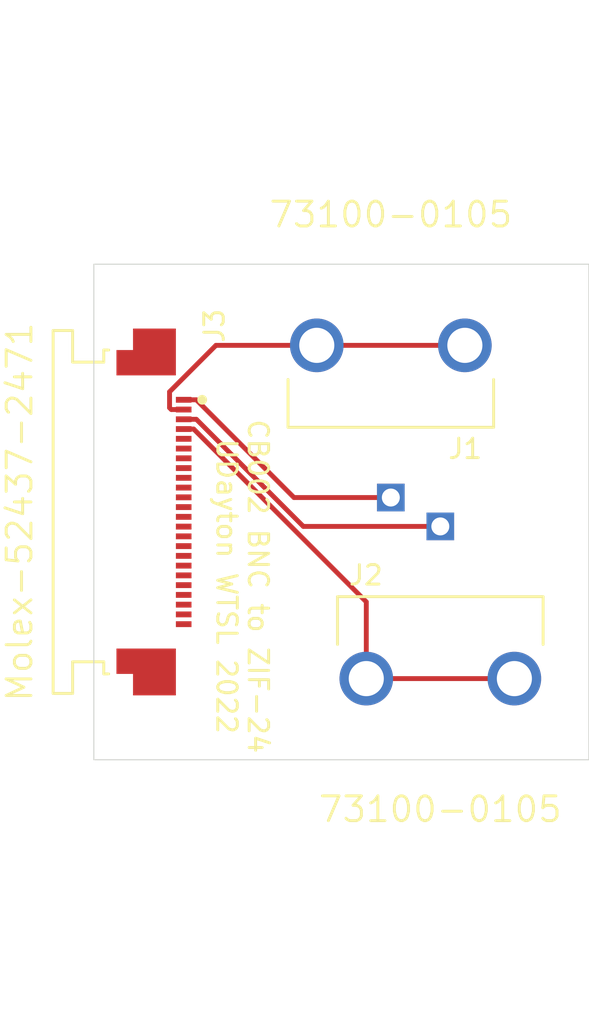
<source format=kicad_pcb>
(kicad_pcb (version 20171130) (host pcbnew "(5.1.12)-1")

  (general
    (thickness 1.6)
    (drawings 5)
    (tracks 16)
    (zones 0)
    (modules 3)
    (nets 27)
  )

  (page A4)
  (layers
    (0 F.Cu signal)
    (31 B.Cu signal)
    (32 B.Adhes user)
    (33 F.Adhes user)
    (34 B.Paste user)
    (35 F.Paste user)
    (36 B.SilkS user)
    (37 F.SilkS user)
    (38 B.Mask user)
    (39 F.Mask user)
    (40 Dwgs.User user)
    (41 Cmts.User user)
    (42 Eco1.User user)
    (43 Eco2.User user)
    (44 Edge.Cuts user)
    (45 Margin user)
    (46 B.CrtYd user)
    (47 F.CrtYd user)
    (48 B.Fab user)
    (49 F.Fab user)
  )

  (setup
    (last_trace_width 0.25)
    (trace_clearance 0.2)
    (zone_clearance 0.508)
    (zone_45_only no)
    (trace_min 0.2)
    (via_size 0.8)
    (via_drill 0.4)
    (via_min_size 0.4)
    (via_min_drill 0.3)
    (uvia_size 0.3)
    (uvia_drill 0.1)
    (uvias_allowed no)
    (uvia_min_size 0.2)
    (uvia_min_drill 0.1)
    (edge_width 0.05)
    (segment_width 0.2)
    (pcb_text_width 0.3)
    (pcb_text_size 1.5 1.5)
    (mod_edge_width 0.12)
    (mod_text_size 1 1)
    (mod_text_width 0.15)
    (pad_size 1.524 1.524)
    (pad_drill 0.762)
    (pad_to_mask_clearance 0)
    (aux_axis_origin 0 0)
    (visible_elements 7FFFFFFF)
    (pcbplotparams
      (layerselection 0x010fc_ffffffff)
      (usegerberextensions false)
      (usegerberattributes true)
      (usegerberadvancedattributes true)
      (creategerberjobfile true)
      (excludeedgelayer true)
      (linewidth 0.100000)
      (plotframeref false)
      (viasonmask false)
      (mode 1)
      (useauxorigin false)
      (hpglpennumber 1)
      (hpglpenspeed 20)
      (hpglpendiameter 15.000000)
      (psnegative false)
      (psa4output false)
      (plotreference true)
      (plotvalue true)
      (plotinvisibletext false)
      (padsonsilk false)
      (subtractmaskfromsilk false)
      (outputformat 1)
      (mirror false)
      (drillshape 0)
      (scaleselection 1)
      (outputdirectory "gerber/"))
  )

  (net 0 "")
  (net 1 "Net-(J1-Pad2)")
  (net 2 "Net-(J1-Pad1)")
  (net 3 "Net-(J2-Pad1)")
  (net 4 "Net-(J2-Pad2)")
  (net 5 "Net-(J3-Pad24)")
  (net 6 "Net-(J3-Pad23)")
  (net 7 "Net-(J3-PadMP2)")
  (net 8 "Net-(J3-PadMP1)")
  (net 9 "Net-(J3-Pad21)")
  (net 10 "Net-(J3-Pad20)")
  (net 11 "Net-(J3-Pad19)")
  (net 12 "Net-(J3-Pad18)")
  (net 13 "Net-(J3-Pad17)")
  (net 14 "Net-(J3-Pad16)")
  (net 15 "Net-(J3-Pad15)")
  (net 16 "Net-(J3-Pad14)")
  (net 17 "Net-(J3-Pad13)")
  (net 18 "Net-(J3-Pad12)")
  (net 19 "Net-(J3-Pad11)")
  (net 20 "Net-(J3-Pad10)")
  (net 21 "Net-(J3-Pad9)")
  (net 22 "Net-(J3-Pad8)")
  (net 23 "Net-(J3-Pad7)")
  (net 24 "Net-(J3-Pad6)")
  (net 25 "Net-(J3-Pad5)")
  (net 26 "Net-(J3-Pad22)")

  (net_class Default "This is the default net class."
    (clearance 0.2)
    (trace_width 0.25)
    (via_dia 0.8)
    (via_drill 0.4)
    (uvia_dia 0.3)
    (uvia_drill 0.1)
    (add_net "Net-(J1-Pad1)")
    (add_net "Net-(J1-Pad2)")
    (add_net "Net-(J2-Pad1)")
    (add_net "Net-(J2-Pad2)")
    (add_net "Net-(J3-Pad10)")
    (add_net "Net-(J3-Pad11)")
    (add_net "Net-(J3-Pad12)")
    (add_net "Net-(J3-Pad13)")
    (add_net "Net-(J3-Pad14)")
    (add_net "Net-(J3-Pad15)")
    (add_net "Net-(J3-Pad16)")
    (add_net "Net-(J3-Pad17)")
    (add_net "Net-(J3-Pad18)")
    (add_net "Net-(J3-Pad19)")
    (add_net "Net-(J3-Pad20)")
    (add_net "Net-(J3-Pad21)")
    (add_net "Net-(J3-Pad22)")
    (add_net "Net-(J3-Pad23)")
    (add_net "Net-(J3-Pad24)")
    (add_net "Net-(J3-Pad5)")
    (add_net "Net-(J3-Pad6)")
    (add_net "Net-(J3-Pad7)")
    (add_net "Net-(J3-Pad8)")
    (add_net "Net-(J3-Pad9)")
    (add_net "Net-(J3-PadMP1)")
    (add_net "Net-(J3-PadMP2)")
  )

  (module Imported_Parts:Molex-73100-0105-0-0-MFG (layer F.Cu) (tedit 628651C8) (tstamp 6286AFE4)
    (at 124.46 96.52 180)
    (descr "Molex BNC Connector- THT")
    (path /62866F89)
    (fp_text reference J1 (at -4.775 -12) (layer F.SilkS)
      (effects (font (size 1 1) (thickness 0.15)) (justify right))
    )
    (fp_text value 73100-0105 (at 0 0) (layer F.SilkS)
      (effects (font (size 1.27 1.27) (thickness 0.15)))
    )
    (fp_line (start -5.275 -8.45) (end -5.275 -10.9) (layer F.SilkS) (width 0.15))
    (fp_line (start 5.275 -8.45) (end 5.275 -10.9) (layer F.SilkS) (width 0.15))
    (fp_line (start -5.275 -10.9) (end 5.275 -10.9) (layer F.SilkS) (width 0.15))
    (fp_line (start 5.2 10.925) (end 5.2 -15.235) (layer F.CrtYd) (width 0.15))
    (fp_line (start -5.2 10.925) (end 5.2 10.925) (layer F.CrtYd) (width 0.15))
    (fp_line (start -5.2 -15.235) (end -5.2 10.925) (layer F.CrtYd) (width 0.15))
    (fp_line (start 5.2 -15.235) (end -5.2 -15.235) (layer F.CrtYd) (width 0.15))
    (fp_line (start 5.2 -15.235) (end 5.2 -15.235) (layer F.CrtYd) (width 0.15))
    (fp_line (start -5.275 -2.1) (end 5.275 -2.1) (layer F.Fab) (width 0.15))
    (fp_line (start 4.825 10.9) (end -4.825 10.9) (layer F.Fab) (width 0.15))
    (fp_line (start 4.825 -10.9) (end 4.825 10.9) (layer F.Fab) (width 0.15))
    (fp_line (start -4.825 -10.9) (end 4.825 -10.9) (layer F.Fab) (width 0.15))
    (fp_line (start -4.825 10.9) (end -4.825 -10.9) (layer F.Fab) (width 0.15))
    (pad 3 thru_hole circle (at 3.8 -6.7 180) (size 2.75 2.75) (drill 1.8) (layers *.Cu)
      (net 1 "Net-(J1-Pad2)"))
    (pad 2 thru_hole circle (at -3.8 -6.7 180) (size 2.75 2.75) (drill 1.8) (layers *.Cu)
      (net 1 "Net-(J1-Pad2)"))
    (pad 1 thru_hole rect (at 0 -14.5 180) (size 1.42 1.42) (drill 0.92) (layers *.Cu)
      (net 2 "Net-(J1-Pad1)"))
    (model C:/Users/zkran/Documents/Kicad/Sym/Conn_Molex_73100-0105/eec.models/Molex_-_73100-0105.step
      (offset (xyz 0 0 -0.5))
      (scale (xyz 1 1 1))
      (rotate (xyz 0 0 0))
    )
  )

  (module Imported_Parts:Molex-73100-0105-0-0-MFG (layer F.Cu) (tedit 628651C8) (tstamp 6286AFF8)
    (at 127 127)
    (descr "Molex BNC Connector- THT")
    (path /6286A09E)
    (fp_text reference J2 (at -4.775 -12) (layer F.SilkS)
      (effects (font (size 1 1) (thickness 0.15)) (justify left))
    )
    (fp_text value 73100-0105 (at 0 0) (layer F.SilkS)
      (effects (font (size 1.27 1.27) (thickness 0.15)))
    )
    (fp_line (start -4.825 10.9) (end -4.825 -10.9) (layer F.Fab) (width 0.15))
    (fp_line (start -4.825 -10.9) (end 4.825 -10.9) (layer F.Fab) (width 0.15))
    (fp_line (start 4.825 -10.9) (end 4.825 10.9) (layer F.Fab) (width 0.15))
    (fp_line (start 4.825 10.9) (end -4.825 10.9) (layer F.Fab) (width 0.15))
    (fp_line (start -5.275 -2.1) (end 5.275 -2.1) (layer F.Fab) (width 0.15))
    (fp_line (start 5.2 -15.235) (end 5.2 -15.235) (layer F.CrtYd) (width 0.15))
    (fp_line (start 5.2 -15.235) (end -5.2 -15.235) (layer F.CrtYd) (width 0.15))
    (fp_line (start -5.2 -15.235) (end -5.2 10.925) (layer F.CrtYd) (width 0.15))
    (fp_line (start -5.2 10.925) (end 5.2 10.925) (layer F.CrtYd) (width 0.15))
    (fp_line (start 5.2 10.925) (end 5.2 -15.235) (layer F.CrtYd) (width 0.15))
    (fp_line (start -5.275 -10.9) (end 5.275 -10.9) (layer F.SilkS) (width 0.15))
    (fp_line (start 5.275 -8.45) (end 5.275 -10.9) (layer F.SilkS) (width 0.15))
    (fp_line (start -5.275 -8.45) (end -5.275 -10.9) (layer F.SilkS) (width 0.15))
    (pad 1 thru_hole rect (at 0 -14.5) (size 1.42 1.42) (drill 0.92) (layers *.Cu)
      (net 3 "Net-(J2-Pad1)"))
    (pad 2 thru_hole circle (at -3.8 -6.7) (size 2.75 2.75) (drill 1.8) (layers *.Cu)
      (net 4 "Net-(J2-Pad2)"))
    (pad 3 thru_hole circle (at 3.8 -6.7) (size 2.75 2.75) (drill 1.8) (layers *.Cu)
      (net 4 "Net-(J2-Pad2)"))
    (model C:/Users/zkran/Documents/Kicad/Sym/Conn_Molex_73100-0105/eec.models/Molex_-_73100-0105.step
      (offset (xyz 0 0 -0.5))
      (scale (xyz 1 1 1))
      (rotate (xyz 0 0 0))
    )
  )

  (module Imported_Parts:Molex-52437-2471-Manufacturer_Recommended (layer F.Cu) (tedit 6282A24A) (tstamp 6286B03F)
    (at 113.03 111.76 270)
    (path /6286D0E3)
    (fp_text reference J3 (at -10.500245 -2.375003 90) (layer F.SilkS)
      (effects (font (size 1 1) (thickness 0.15)) (justify right))
    )
    (fp_text value Molex-52437-2471 (at 0 7.62 90) (layer F.SilkS)
      (effects (font (size 1.27 1.27) (thickness 0.15)))
    )
    (fp_circle (center -5.750248 -1.750002) (end -5.625247 -1.750002) (layer F.SilkS) (width 0.249999))
    (fp_line (start -8.300545 -0.199743) (end 8.29975 -0.199743) (layer F.Fab) (width 0.1))
    (fp_line (start -9.300246 4.899998) (end -7.680541 4.899998) (layer F.Fab) (width 0.1))
    (fp_line (start -7.680541 4.899998) (end -7.680541 3.300255) (layer F.Fab) (width 0.1))
    (fp_line (start -8.300545 3.300255) (end -7.680749 3.300255) (layer F.Fab) (width 0.1))
    (fp_line (start -8.300545 3.300255) (end -8.300545 -0.199743) (layer F.Fab) (width 0.1))
    (fp_line (start 8.29975 3.300255) (end 8.29975 -0.199743) (layer F.Fab) (width 0.1))
    (fp_line (start 7.679484 3.300255) (end 8.29975 3.300255) (layer F.Fab) (width 0.1))
    (fp_line (start 7.679484 4.9) (end 7.679484 3.300255) (layer F.Fab) (width 0.1))
    (fp_line (start -9.300246 4.899998) (end -9.300228 5.900016) (layer F.Fab) (width 0.1))
    (fp_line (start -9.300228 5.900016) (end 9.29973 5.900016) (layer F.Fab) (width 0.1))
    (fp_line (start 9.29973 5.900016) (end 9.299748 4.899998) (layer F.Fab) (width 0.1))
    (fp_line (start 7.679484 4.899998) (end 9.299748 4.899998) (layer F.Fab) (width 0.1))
    (fp_line (start -7.680541 4.899998) (end 7.679484 4.899998) (layer F.Fab) (width 0.1))
    (fp_line (start -7.680749 3.300255) (end 7.679484 3.300255) (layer F.Fab) (width 0.1))
    (fp_line (start 7.679484 3.300255) (end 8.29975 3.300255) (layer F.SilkS) (width 0.15))
    (fp_line (start 8.29975 3.300255) (end 8.29975 3.049999) (layer F.SilkS) (width 0.15))
    (fp_line (start -8.300999 3.300255) (end -8.300999 3.049999) (layer F.SilkS) (width 0.15))
    (fp_line (start -8.300999 3.300255) (end -7.680749 3.300255) (layer F.SilkS) (width 0.15))
    (fp_line (start -7.680749 4.89979) (end -7.680749 3.300255) (layer F.SilkS) (width 0.15))
    (fp_line (start -9.30007 4.89979) (end -7.680749 4.89979) (layer F.SilkS) (width 0.15))
    (fp_line (start -9.300228 4.899947) (end -9.30007 4.89979) (layer F.SilkS) (width 0.15))
    (fp_line (start -9.300228 5.900016) (end -9.300228 4.899947) (layer F.SilkS) (width 0.15))
    (fp_line (start -9.300228 5.900016) (end 9.29973 5.900016) (layer F.SilkS) (width 0.15))
    (fp_line (start 9.29973 5.900016) (end 9.29973 4.900016) (layer F.SilkS) (width 0.15))
    (fp_line (start 9.299712 4.899998) (end 9.29973 4.900016) (layer F.SilkS) (width 0.15))
    (fp_line (start 7.679487 4.899998) (end 9.299712 4.899998) (layer F.SilkS) (width 0.15))
    (fp_line (start 7.679487 4.899998) (end 7.679487 3.300258) (layer F.SilkS) (width 0.15))
    (fp_poly (pts (xy 6.199747 0.15) (xy 6.999747 0.15) (xy 6.999747 1.45) (xy 6.199747 1.45)) (layer Dwgs.User) (width 0))
    (fp_poly (pts (xy -6.200243 1.450001) (xy -7.000243 1.450001) (xy -7.000243 0.150001) (xy -6.200243 0.150001)) (layer Dwgs.User) (width 0))
    (fp_poly (pts (xy 6.999747 -0.400002) (xy 9.399748 -0.400002) (xy 9.399748 1.799999) (xy 8.299747 1.799999)
      (xy 8.299747 2.649997) (xy 6.999747 2.649997)) (layer F.Cu) (width 0))
    (fp_poly (pts (xy 6.999747 -0.400002) (xy 9.399748 -0.400002) (xy 9.399748 1.799999) (xy 8.299747 1.799999)
      (xy 8.299747 2.649997) (xy 6.999747 2.649997)) (layer F.Mask) (width 0))
    (fp_poly (pts (xy 6.999747 -0.400002) (xy 9.399748 -0.400002) (xy 9.399748 1.799999) (xy 8.299747 1.799999)
      (xy 8.299747 2.649997) (xy 6.999747 2.649997)) (layer F.Paste) (width 0))
    (fp_poly (pts (xy -7.000245 -0.400002) (xy -9.400245 -0.400002) (xy -9.400245 1.799999) (xy -8.300245 1.799999)
      (xy -8.300245 2.649997) (xy -7.000245 2.649997)) (layer F.Cu) (width 0))
    (fp_poly (pts (xy -7.000245 -0.400002) (xy -9.400245 -0.400002) (xy -9.400245 1.799999) (xy -8.300245 1.799999)
      (xy -8.300245 2.649997) (xy -7.000245 2.649997)) (layer F.Mask) (width 0))
    (fp_poly (pts (xy -7.000245 -0.400002) (xy -9.400245 -0.400002) (xy -9.400245 1.799999) (xy -8.300245 1.799999)
      (xy -8.300245 2.649997) (xy -7.000245 2.649997)) (layer F.Paste) (width 0))
    (fp_line (start 9.424747 -1.224998) (end 9.424747 -1.224998) (layer F.CrtYd) (width 0.15))
    (fp_line (start 9.424747 -1.224998) (end -9.425245 -1.224998) (layer F.CrtYd) (width 0.15))
    (fp_line (start -9.425245 -1.224998) (end -9.425245 5.925002) (layer F.CrtYd) (width 0.15))
    (fp_line (start -9.425245 5.925002) (end 9.424747 5.925002) (layer F.CrtYd) (width 0.15))
    (fp_line (start 9.424747 5.925002) (end 9.424747 -1.224998) (layer F.CrtYd) (width 0.15))
    (pad 24 smd rect (at 5.749752 -0.800001 270) (size 0.299999 0.800001) (layers F.Cu F.Paste F.Mask)
      (net 5 "Net-(J3-Pad24)"))
    (pad 23 smd rect (at 5.249753 -0.800001 270) (size 0.299999 0.800001) (layers F.Cu F.Paste F.Mask)
      (net 6 "Net-(J3-Pad23)"))
    (pad MP2 smd rect (at 8.24975 0.799998 90) (size 1.000001 1.000001) (layers F.Cu F.Paste F.Mask)
      (net 7 "Net-(J3-PadMP2)"))
    (pad MP1 smd rect (at -8.24975 0.799998 90) (size 1.000001 1.000001) (layers F.Cu F.Paste F.Mask)
      (net 8 "Net-(J3-PadMP1)"))
    (pad 21 smd rect (at 4.249753 -0.800001 90) (size 0.299999 0.800001) (layers F.Cu F.Paste F.Mask)
      (net 9 "Net-(J3-Pad21)"))
    (pad 20 smd rect (at 3.749754 -0.800001 90) (size 0.299999 0.800001) (layers F.Cu F.Paste F.Mask)
      (net 10 "Net-(J3-Pad20)"))
    (pad 19 smd rect (at 3.249752 -0.800001 90) (size 0.299999 0.800001) (layers F.Cu F.Paste F.Mask)
      (net 11 "Net-(J3-Pad19)"))
    (pad 18 smd rect (at 2.749753 -0.800001 90) (size 0.299999 0.800001) (layers F.Cu F.Paste F.Mask)
      (net 12 "Net-(J3-Pad18)"))
    (pad 17 smd rect (at 2.249752 -0.800001 90) (size 0.299999 0.800001) (layers F.Cu F.Paste F.Mask)
      (net 13 "Net-(J3-Pad17)"))
    (pad 16 smd rect (at 1.749753 -0.800001 90) (size 0.299999 0.800001) (layers F.Cu F.Paste F.Mask)
      (net 14 "Net-(J3-Pad16)"))
    (pad 15 smd rect (at 1.249754 -0.800001 90) (size 0.299999 0.800001) (layers F.Cu F.Paste F.Mask)
      (net 15 "Net-(J3-Pad15)"))
    (pad 14 smd rect (at 0.749752 -0.800001 90) (size 0.299999 0.800001) (layers F.Cu F.Paste F.Mask)
      (net 16 "Net-(J3-Pad14)"))
    (pad 13 smd rect (at 0.249753 -0.800001 90) (size 0.299999 0.800001) (layers F.Cu F.Paste F.Mask)
      (net 17 "Net-(J3-Pad13)"))
    (pad 12 smd rect (at -0.250248 -0.800001 90) (size 0.299999 0.800001) (layers F.Cu F.Paste F.Mask)
      (net 18 "Net-(J3-Pad12)"))
    (pad 11 smd rect (at -0.750247 -0.800001 90) (size 0.299999 0.800001) (layers F.Cu F.Paste F.Mask)
      (net 19 "Net-(J3-Pad11)"))
    (pad 10 smd rect (at -1.250246 -0.800001 90) (size 0.299999 0.800001) (layers F.Cu F.Paste F.Mask)
      (net 20 "Net-(J3-Pad10)"))
    (pad 9 smd rect (at -1.750248 -0.800001 90) (size 0.299999 0.800001) (layers F.Cu F.Paste F.Mask)
      (net 21 "Net-(J3-Pad9)"))
    (pad 8 smd rect (at -2.250247 -0.800001 90) (size 0.299999 0.800001) (layers F.Cu F.Paste F.Mask)
      (net 22 "Net-(J3-Pad8)"))
    (pad 7 smd rect (at -2.750249 -0.800001 90) (size 0.299999 0.800001) (layers F.Cu F.Paste F.Mask)
      (net 23 "Net-(J3-Pad7)"))
    (pad 6 smd rect (at -3.250248 -0.800001 90) (size 0.299999 0.800001) (layers F.Cu F.Paste F.Mask)
      (net 24 "Net-(J3-Pad6)"))
    (pad 5 smd rect (at -3.750247 -0.800001 90) (size 0.299999 0.800001) (layers F.Cu F.Paste F.Mask)
      (net 25 "Net-(J3-Pad5)"))
    (pad 4 smd rect (at -4.250248 -0.800001 90) (size 0.299999 0.800001) (layers F.Cu F.Paste F.Mask)
      (net 4 "Net-(J2-Pad2)"))
    (pad 3 smd rect (at -4.750247 -0.800001 90) (size 0.299999 0.800001) (layers F.Cu F.Paste F.Mask)
      (net 3 "Net-(J2-Pad1)"))
    (pad 2 smd rect (at -5.250249 -0.800001 90) (size 0.299999 0.800001) (layers F.Cu F.Paste F.Mask)
      (net 1 "Net-(J1-Pad2)"))
    (pad 1 smd rect (at -5.750248 -0.800001 90) (size 0.299999 0.800001) (layers F.Cu F.Paste F.Mask)
      (net 2 "Net-(J1-Pad1)"))
    (pad 22 smd rect (at 4.749752 -0.800001 270) (size 0.299999 0.800001) (layers F.Cu F.Paste F.Mask)
      (net 26 "Net-(J3-Pad22)"))
    (model C:/Users/zkran/Documents/Kicad/Sym/Conn_Molex_52437-2471/524372471.stp
      (at (xyz 0 0 0))
      (scale (xyz 1 1 1))
      (rotate (xyz -90 0 0))
    )
  )

  (gr_text "CB002 BNC to ZIF-24\nUDayton WTSL 2022" (at 116.84 115.57 -90) (layer F.SilkS)
    (effects (font (size 1 1) (thickness 0.15)))
  )
  (gr_line (start 109.22 124.46) (end 134.62 124.46) (layer Edge.Cuts) (width 0.05) (tstamp 6286B25F))
  (gr_line (start 109.22 99.06) (end 109.22 124.46) (layer Edge.Cuts) (width 0.05))
  (gr_line (start 134.62 99.06) (end 109.22 99.06) (layer Edge.Cuts) (width 0.05))
  (gr_line (start 134.62 124.46) (end 134.62 99.06) (layer Edge.Cuts) (width 0.05))

  (segment (start 115.484752 103.22) (end 120.66 103.22) (width 0.25) (layer F.Cu) (net 1))
  (segment (start 113.105 105.599752) (end 115.484752 103.22) (width 0.25) (layer F.Cu) (net 1))
  (segment (start 113.105 106.419753) (end 113.105 105.599752) (width 0.25) (layer F.Cu) (net 1))
  (segment (start 113.194998 106.509751) (end 113.105 106.419753) (width 0.25) (layer F.Cu) (net 1))
  (segment (start 113.830001 106.509751) (end 113.194998 106.509751) (width 0.25) (layer F.Cu) (net 1))
  (segment (start 120.66 103.22) (end 128.26 103.22) (width 0.25) (layer F.Cu) (net 1))
  (segment (start 119.490249 111.02) (end 124.46 111.02) (width 0.25) (layer F.Cu) (net 2))
  (segment (start 114.480001 106.009752) (end 119.490249 111.02) (width 0.25) (layer F.Cu) (net 2))
  (segment (start 113.830001 106.009752) (end 114.480001 106.009752) (width 0.25) (layer F.Cu) (net 2))
  (segment (start 119.970248 112.5) (end 127 112.5) (width 0.25) (layer F.Cu) (net 3))
  (segment (start 114.480001 107.009753) (end 119.970248 112.5) (width 0.25) (layer F.Cu) (net 3))
  (segment (start 113.830001 107.009753) (end 114.480001 107.009753) (width 0.25) (layer F.Cu) (net 3))
  (segment (start 114.34359 107.509752) (end 123.2 116.366162) (width 0.25) (layer F.Cu) (net 4))
  (segment (start 123.2 116.366162) (end 123.2 120.3) (width 0.25) (layer F.Cu) (net 4))
  (segment (start 113.830001 107.509752) (end 114.34359 107.509752) (width 0.25) (layer F.Cu) (net 4))
  (segment (start 123.2 120.3) (end 130.8 120.3) (width 0.25) (layer F.Cu) (net 4))

)

</source>
